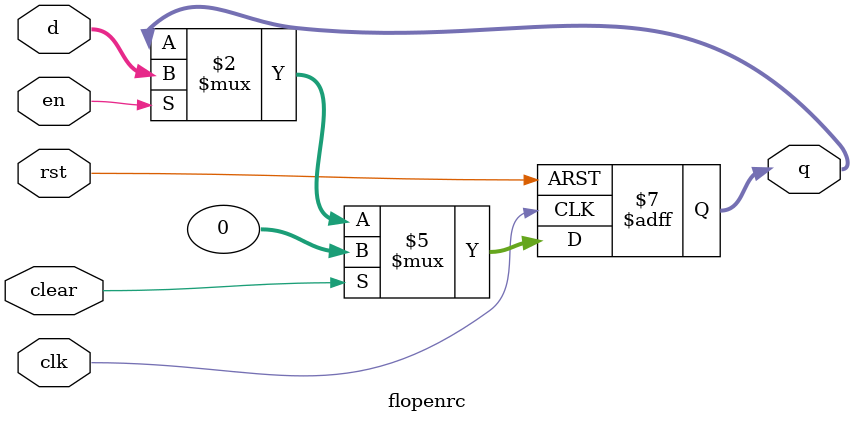
<source format=v>
`timescale 1ns / 1ps

module flopenrc #(parameter WIDTH = 32)(
	input wire clk,rst,en,clear,
	input wire[WIDTH-1:0] d,
	output reg[WIDTH-1:0] q
    );

	always @(posedge clk,posedge rst) begin
		if(rst)
			q <= 0;
		else if (clear)
			q <= 0;
		else if (en)
			q <= d;
	end
endmodule

</source>
